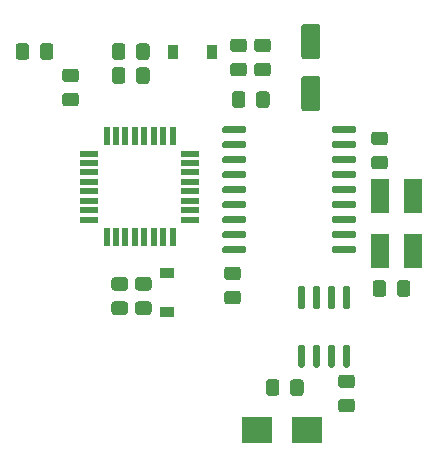
<source format=gbr>
%TF.GenerationSoftware,KiCad,Pcbnew,(5.1.12-1-10_14)*%
%TF.CreationDate,2022-01-19T19:17:41+01:00*%
%TF.ProjectId,CAN_Display,43414e5f-4469-4737-906c-61792e6b6963,rev?*%
%TF.SameCoordinates,Original*%
%TF.FileFunction,Paste,Top*%
%TF.FilePolarity,Positive*%
%FSLAX46Y46*%
G04 Gerber Fmt 4.6, Leading zero omitted, Abs format (unit mm)*
G04 Created by KiCad (PCBNEW (5.1.12-1-10_14)) date 2022-01-19 19:17:41*
%MOMM*%
%LPD*%
G01*
G04 APERTURE LIST*
%ADD10R,1.650000X2.850000*%
%ADD11R,0.550000X1.600000*%
%ADD12R,1.600000X0.550000*%
%ADD13R,2.500000X2.300000*%
%ADD14R,1.200000X0.900000*%
%ADD15R,0.900000X1.200000*%
G04 APERTURE END LIST*
D10*
%TO.C,Y1*%
X177856000Y-88392000D03*
X177856000Y-93042000D03*
X175006000Y-93042000D03*
X175006000Y-88392000D03*
%TD*%
%TO.C,U2*%
G36*
G01*
X163725000Y-92814000D02*
X163725000Y-93114000D01*
G75*
G02*
X163575000Y-93264000I-150000J0D01*
G01*
X161825000Y-93264000D01*
G75*
G02*
X161675000Y-93114000I0J150000D01*
G01*
X161675000Y-92814000D01*
G75*
G02*
X161825000Y-92664000I150000J0D01*
G01*
X163575000Y-92664000D01*
G75*
G02*
X163725000Y-92814000I0J-150000D01*
G01*
G37*
G36*
G01*
X163725000Y-91544000D02*
X163725000Y-91844000D01*
G75*
G02*
X163575000Y-91994000I-150000J0D01*
G01*
X161825000Y-91994000D01*
G75*
G02*
X161675000Y-91844000I0J150000D01*
G01*
X161675000Y-91544000D01*
G75*
G02*
X161825000Y-91394000I150000J0D01*
G01*
X163575000Y-91394000D01*
G75*
G02*
X163725000Y-91544000I0J-150000D01*
G01*
G37*
G36*
G01*
X163725000Y-90274000D02*
X163725000Y-90574000D01*
G75*
G02*
X163575000Y-90724000I-150000J0D01*
G01*
X161825000Y-90724000D01*
G75*
G02*
X161675000Y-90574000I0J150000D01*
G01*
X161675000Y-90274000D01*
G75*
G02*
X161825000Y-90124000I150000J0D01*
G01*
X163575000Y-90124000D01*
G75*
G02*
X163725000Y-90274000I0J-150000D01*
G01*
G37*
G36*
G01*
X163725000Y-89004000D02*
X163725000Y-89304000D01*
G75*
G02*
X163575000Y-89454000I-150000J0D01*
G01*
X161825000Y-89454000D01*
G75*
G02*
X161675000Y-89304000I0J150000D01*
G01*
X161675000Y-89004000D01*
G75*
G02*
X161825000Y-88854000I150000J0D01*
G01*
X163575000Y-88854000D01*
G75*
G02*
X163725000Y-89004000I0J-150000D01*
G01*
G37*
G36*
G01*
X163725000Y-87734000D02*
X163725000Y-88034000D01*
G75*
G02*
X163575000Y-88184000I-150000J0D01*
G01*
X161825000Y-88184000D01*
G75*
G02*
X161675000Y-88034000I0J150000D01*
G01*
X161675000Y-87734000D01*
G75*
G02*
X161825000Y-87584000I150000J0D01*
G01*
X163575000Y-87584000D01*
G75*
G02*
X163725000Y-87734000I0J-150000D01*
G01*
G37*
G36*
G01*
X163725000Y-86464000D02*
X163725000Y-86764000D01*
G75*
G02*
X163575000Y-86914000I-150000J0D01*
G01*
X161825000Y-86914000D01*
G75*
G02*
X161675000Y-86764000I0J150000D01*
G01*
X161675000Y-86464000D01*
G75*
G02*
X161825000Y-86314000I150000J0D01*
G01*
X163575000Y-86314000D01*
G75*
G02*
X163725000Y-86464000I0J-150000D01*
G01*
G37*
G36*
G01*
X163725000Y-85194000D02*
X163725000Y-85494000D01*
G75*
G02*
X163575000Y-85644000I-150000J0D01*
G01*
X161825000Y-85644000D01*
G75*
G02*
X161675000Y-85494000I0J150000D01*
G01*
X161675000Y-85194000D01*
G75*
G02*
X161825000Y-85044000I150000J0D01*
G01*
X163575000Y-85044000D01*
G75*
G02*
X163725000Y-85194000I0J-150000D01*
G01*
G37*
G36*
G01*
X163725000Y-83924000D02*
X163725000Y-84224000D01*
G75*
G02*
X163575000Y-84374000I-150000J0D01*
G01*
X161825000Y-84374000D01*
G75*
G02*
X161675000Y-84224000I0J150000D01*
G01*
X161675000Y-83924000D01*
G75*
G02*
X161825000Y-83774000I150000J0D01*
G01*
X163575000Y-83774000D01*
G75*
G02*
X163725000Y-83924000I0J-150000D01*
G01*
G37*
G36*
G01*
X163725000Y-82654000D02*
X163725000Y-82954000D01*
G75*
G02*
X163575000Y-83104000I-150000J0D01*
G01*
X161825000Y-83104000D01*
G75*
G02*
X161675000Y-82954000I0J150000D01*
G01*
X161675000Y-82654000D01*
G75*
G02*
X161825000Y-82504000I150000J0D01*
G01*
X163575000Y-82504000D01*
G75*
G02*
X163725000Y-82654000I0J-150000D01*
G01*
G37*
G36*
G01*
X173025000Y-82654000D02*
X173025000Y-82954000D01*
G75*
G02*
X172875000Y-83104000I-150000J0D01*
G01*
X171125000Y-83104000D01*
G75*
G02*
X170975000Y-82954000I0J150000D01*
G01*
X170975000Y-82654000D01*
G75*
G02*
X171125000Y-82504000I150000J0D01*
G01*
X172875000Y-82504000D01*
G75*
G02*
X173025000Y-82654000I0J-150000D01*
G01*
G37*
G36*
G01*
X173025000Y-83924000D02*
X173025000Y-84224000D01*
G75*
G02*
X172875000Y-84374000I-150000J0D01*
G01*
X171125000Y-84374000D01*
G75*
G02*
X170975000Y-84224000I0J150000D01*
G01*
X170975000Y-83924000D01*
G75*
G02*
X171125000Y-83774000I150000J0D01*
G01*
X172875000Y-83774000D01*
G75*
G02*
X173025000Y-83924000I0J-150000D01*
G01*
G37*
G36*
G01*
X173025000Y-85194000D02*
X173025000Y-85494000D01*
G75*
G02*
X172875000Y-85644000I-150000J0D01*
G01*
X171125000Y-85644000D01*
G75*
G02*
X170975000Y-85494000I0J150000D01*
G01*
X170975000Y-85194000D01*
G75*
G02*
X171125000Y-85044000I150000J0D01*
G01*
X172875000Y-85044000D01*
G75*
G02*
X173025000Y-85194000I0J-150000D01*
G01*
G37*
G36*
G01*
X173025000Y-86464000D02*
X173025000Y-86764000D01*
G75*
G02*
X172875000Y-86914000I-150000J0D01*
G01*
X171125000Y-86914000D01*
G75*
G02*
X170975000Y-86764000I0J150000D01*
G01*
X170975000Y-86464000D01*
G75*
G02*
X171125000Y-86314000I150000J0D01*
G01*
X172875000Y-86314000D01*
G75*
G02*
X173025000Y-86464000I0J-150000D01*
G01*
G37*
G36*
G01*
X173025000Y-87734000D02*
X173025000Y-88034000D01*
G75*
G02*
X172875000Y-88184000I-150000J0D01*
G01*
X171125000Y-88184000D01*
G75*
G02*
X170975000Y-88034000I0J150000D01*
G01*
X170975000Y-87734000D01*
G75*
G02*
X171125000Y-87584000I150000J0D01*
G01*
X172875000Y-87584000D01*
G75*
G02*
X173025000Y-87734000I0J-150000D01*
G01*
G37*
G36*
G01*
X173025000Y-89004000D02*
X173025000Y-89304000D01*
G75*
G02*
X172875000Y-89454000I-150000J0D01*
G01*
X171125000Y-89454000D01*
G75*
G02*
X170975000Y-89304000I0J150000D01*
G01*
X170975000Y-89004000D01*
G75*
G02*
X171125000Y-88854000I150000J0D01*
G01*
X172875000Y-88854000D01*
G75*
G02*
X173025000Y-89004000I0J-150000D01*
G01*
G37*
G36*
G01*
X173025000Y-90274000D02*
X173025000Y-90574000D01*
G75*
G02*
X172875000Y-90724000I-150000J0D01*
G01*
X171125000Y-90724000D01*
G75*
G02*
X170975000Y-90574000I0J150000D01*
G01*
X170975000Y-90274000D01*
G75*
G02*
X171125000Y-90124000I150000J0D01*
G01*
X172875000Y-90124000D01*
G75*
G02*
X173025000Y-90274000I0J-150000D01*
G01*
G37*
G36*
G01*
X173025000Y-91544000D02*
X173025000Y-91844000D01*
G75*
G02*
X172875000Y-91994000I-150000J0D01*
G01*
X171125000Y-91994000D01*
G75*
G02*
X170975000Y-91844000I0J150000D01*
G01*
X170975000Y-91544000D01*
G75*
G02*
X171125000Y-91394000I150000J0D01*
G01*
X172875000Y-91394000D01*
G75*
G02*
X173025000Y-91544000I0J-150000D01*
G01*
G37*
G36*
G01*
X173025000Y-92814000D02*
X173025000Y-93114000D01*
G75*
G02*
X172875000Y-93264000I-150000J0D01*
G01*
X171125000Y-93264000D01*
G75*
G02*
X170975000Y-93114000I0J150000D01*
G01*
X170975000Y-92814000D01*
G75*
G02*
X171125000Y-92664000I150000J0D01*
G01*
X172875000Y-92664000D01*
G75*
G02*
X173025000Y-92814000I0J-150000D01*
G01*
G37*
%TD*%
D11*
%TO.C,U1*%
X151886000Y-83380000D03*
X152686000Y-83380000D03*
X153486000Y-83380000D03*
X154286000Y-83380000D03*
X155086000Y-83380000D03*
X155886000Y-83380000D03*
X156686000Y-83380000D03*
X157486000Y-83380000D03*
D12*
X158936000Y-84830000D03*
X158936000Y-85630000D03*
X158936000Y-86430000D03*
X158936000Y-87230000D03*
X158936000Y-88030000D03*
X158936000Y-88830000D03*
X158936000Y-89630000D03*
X158936000Y-90430000D03*
D11*
X157486000Y-91880000D03*
X156686000Y-91880000D03*
X155886000Y-91880000D03*
X155086000Y-91880000D03*
X154286000Y-91880000D03*
X153486000Y-91880000D03*
X152686000Y-91880000D03*
X151886000Y-91880000D03*
D12*
X150436000Y-90430000D03*
X150436000Y-89630000D03*
X150436000Y-88830000D03*
X150436000Y-88030000D03*
X150436000Y-87230000D03*
X150436000Y-86430000D03*
X150436000Y-85630000D03*
X150436000Y-84830000D03*
%TD*%
D13*
%TO.C,D1*%
X168892000Y-108204000D03*
X164592000Y-108204000D03*
%TD*%
%TO.C,C9*%
G36*
G01*
X168614000Y-78256000D02*
X169714000Y-78256000D01*
G75*
G02*
X169964000Y-78506000I0J-250000D01*
G01*
X169964000Y-81006000D01*
G75*
G02*
X169714000Y-81256000I-250000J0D01*
G01*
X168614000Y-81256000D01*
G75*
G02*
X168364000Y-81006000I0J250000D01*
G01*
X168364000Y-78506000D01*
G75*
G02*
X168614000Y-78256000I250000J0D01*
G01*
G37*
G36*
G01*
X168614000Y-73856000D02*
X169714000Y-73856000D01*
G75*
G02*
X169964000Y-74106000I0J-250000D01*
G01*
X169964000Y-76606000D01*
G75*
G02*
X169714000Y-76856000I-250000J0D01*
G01*
X168614000Y-76856000D01*
G75*
G02*
X168364000Y-76606000I0J250000D01*
G01*
X168364000Y-74106000D01*
G75*
G02*
X168614000Y-73856000I250000J0D01*
G01*
G37*
%TD*%
%TO.C,R6*%
G36*
G01*
X162617999Y-77149000D02*
X163518001Y-77149000D01*
G75*
G02*
X163768000Y-77398999I0J-249999D01*
G01*
X163768000Y-78049001D01*
G75*
G02*
X163518001Y-78299000I-249999J0D01*
G01*
X162617999Y-78299000D01*
G75*
G02*
X162368000Y-78049001I0J249999D01*
G01*
X162368000Y-77398999D01*
G75*
G02*
X162617999Y-77149000I249999J0D01*
G01*
G37*
G36*
G01*
X162617999Y-75099000D02*
X163518001Y-75099000D01*
G75*
G02*
X163768000Y-75348999I0J-249999D01*
G01*
X163768000Y-75999001D01*
G75*
G02*
X163518001Y-76249000I-249999J0D01*
G01*
X162617999Y-76249000D01*
G75*
G02*
X162368000Y-75999001I0J249999D01*
G01*
X162368000Y-75348999D01*
G75*
G02*
X162617999Y-75099000I249999J0D01*
G01*
G37*
%TD*%
%TO.C,R5*%
G36*
G01*
X164649999Y-77149000D02*
X165550001Y-77149000D01*
G75*
G02*
X165800000Y-77398999I0J-249999D01*
G01*
X165800000Y-78049001D01*
G75*
G02*
X165550001Y-78299000I-249999J0D01*
G01*
X164649999Y-78299000D01*
G75*
G02*
X164400000Y-78049001I0J249999D01*
G01*
X164400000Y-77398999D01*
G75*
G02*
X164649999Y-77149000I249999J0D01*
G01*
G37*
G36*
G01*
X164649999Y-75099000D02*
X165550001Y-75099000D01*
G75*
G02*
X165800000Y-75348999I0J-249999D01*
G01*
X165800000Y-75999001D01*
G75*
G02*
X165550001Y-76249000I-249999J0D01*
G01*
X164649999Y-76249000D01*
G75*
G02*
X164400000Y-75999001I0J249999D01*
G01*
X164400000Y-75348999D01*
G75*
G02*
X164649999Y-75099000I249999J0D01*
G01*
G37*
%TD*%
%TO.C,R4*%
G36*
G01*
X154549999Y-97345000D02*
X155450001Y-97345000D01*
G75*
G02*
X155700000Y-97594999I0J-249999D01*
G01*
X155700000Y-98245001D01*
G75*
G02*
X155450001Y-98495000I-249999J0D01*
G01*
X154549999Y-98495000D01*
G75*
G02*
X154300000Y-98245001I0J249999D01*
G01*
X154300000Y-97594999D01*
G75*
G02*
X154549999Y-97345000I249999J0D01*
G01*
G37*
G36*
G01*
X154549999Y-95295000D02*
X155450001Y-95295000D01*
G75*
G02*
X155700000Y-95544999I0J-249999D01*
G01*
X155700000Y-96195001D01*
G75*
G02*
X155450001Y-96445000I-249999J0D01*
G01*
X154549999Y-96445000D01*
G75*
G02*
X154300000Y-96195001I0J249999D01*
G01*
X154300000Y-95544999D01*
G75*
G02*
X154549999Y-95295000I249999J0D01*
G01*
G37*
%TD*%
%TO.C,R2*%
G36*
G01*
X171761999Y-105597000D02*
X172662001Y-105597000D01*
G75*
G02*
X172912000Y-105846999I0J-249999D01*
G01*
X172912000Y-106497001D01*
G75*
G02*
X172662001Y-106747000I-249999J0D01*
G01*
X171761999Y-106747000D01*
G75*
G02*
X171512000Y-106497001I0J249999D01*
G01*
X171512000Y-105846999D01*
G75*
G02*
X171761999Y-105597000I249999J0D01*
G01*
G37*
G36*
G01*
X171761999Y-103547000D02*
X172662001Y-103547000D01*
G75*
G02*
X172912000Y-103796999I0J-249999D01*
G01*
X172912000Y-104447001D01*
G75*
G02*
X172662001Y-104697000I-249999J0D01*
G01*
X171761999Y-104697000D01*
G75*
G02*
X171512000Y-104447001I0J249999D01*
G01*
X171512000Y-103796999D01*
G75*
G02*
X171761999Y-103547000I249999J0D01*
G01*
G37*
%TD*%
%TO.C,R1*%
G36*
G01*
X154383000Y-76650001D02*
X154383000Y-75749999D01*
G75*
G02*
X154632999Y-75500000I249999J0D01*
G01*
X155283001Y-75500000D01*
G75*
G02*
X155533000Y-75749999I0J-249999D01*
G01*
X155533000Y-76650001D01*
G75*
G02*
X155283001Y-76900000I-249999J0D01*
G01*
X154632999Y-76900000D01*
G75*
G02*
X154383000Y-76650001I0J249999D01*
G01*
G37*
G36*
G01*
X152333000Y-76650001D02*
X152333000Y-75749999D01*
G75*
G02*
X152582999Y-75500000I249999J0D01*
G01*
X153233001Y-75500000D01*
G75*
G02*
X153483000Y-75749999I0J-249999D01*
G01*
X153483000Y-76650001D01*
G75*
G02*
X153233001Y-76900000I-249999J0D01*
G01*
X152582999Y-76900000D01*
G75*
G02*
X152333000Y-76650001I0J249999D01*
G01*
G37*
%TD*%
D14*
%TO.C,D4*%
X157000000Y-94920000D03*
X157000000Y-98220000D03*
%TD*%
D15*
%TO.C,D3*%
X157480000Y-76200000D03*
X160780000Y-76200000D03*
%TD*%
%TO.C,C14*%
G36*
G01*
X152549999Y-97345000D02*
X153450001Y-97345000D01*
G75*
G02*
X153700000Y-97594999I0J-249999D01*
G01*
X153700000Y-98245001D01*
G75*
G02*
X153450001Y-98495000I-249999J0D01*
G01*
X152549999Y-98495000D01*
G75*
G02*
X152300000Y-98245001I0J249999D01*
G01*
X152300000Y-97594999D01*
G75*
G02*
X152549999Y-97345000I249999J0D01*
G01*
G37*
G36*
G01*
X152549999Y-95295000D02*
X153450001Y-95295000D01*
G75*
G02*
X153700000Y-95544999I0J-249999D01*
G01*
X153700000Y-96195001D01*
G75*
G02*
X153450001Y-96445000I-249999J0D01*
G01*
X152549999Y-96445000D01*
G75*
G02*
X152300000Y-96195001I0J249999D01*
G01*
X152300000Y-95544999D01*
G75*
G02*
X152549999Y-95295000I249999J0D01*
G01*
G37*
%TD*%
%TO.C,C12*%
G36*
G01*
X154383000Y-78682001D02*
X154383000Y-77781999D01*
G75*
G02*
X154632999Y-77532000I249999J0D01*
G01*
X155283001Y-77532000D01*
G75*
G02*
X155533000Y-77781999I0J-249999D01*
G01*
X155533000Y-78682001D01*
G75*
G02*
X155283001Y-78932000I-249999J0D01*
G01*
X154632999Y-78932000D01*
G75*
G02*
X154383000Y-78682001I0J249999D01*
G01*
G37*
G36*
G01*
X152333000Y-78682001D02*
X152333000Y-77781999D01*
G75*
G02*
X152582999Y-77532000I249999J0D01*
G01*
X153233001Y-77532000D01*
G75*
G02*
X153483000Y-77781999I0J-249999D01*
G01*
X153483000Y-78682001D01*
G75*
G02*
X153233001Y-78932000I-249999J0D01*
G01*
X152582999Y-78932000D01*
G75*
G02*
X152333000Y-78682001I0J249999D01*
G01*
G37*
%TD*%
%TO.C,C11*%
G36*
G01*
X164543000Y-80714001D02*
X164543000Y-79813999D01*
G75*
G02*
X164792999Y-79564000I249999J0D01*
G01*
X165443001Y-79564000D01*
G75*
G02*
X165693000Y-79813999I0J-249999D01*
G01*
X165693000Y-80714001D01*
G75*
G02*
X165443001Y-80964000I-249999J0D01*
G01*
X164792999Y-80964000D01*
G75*
G02*
X164543000Y-80714001I0J249999D01*
G01*
G37*
G36*
G01*
X162493000Y-80714001D02*
X162493000Y-79813999D01*
G75*
G02*
X162742999Y-79564000I249999J0D01*
G01*
X163393001Y-79564000D01*
G75*
G02*
X163643000Y-79813999I0J-249999D01*
G01*
X163643000Y-80714001D01*
G75*
G02*
X163393001Y-80964000I-249999J0D01*
G01*
X162742999Y-80964000D01*
G75*
G02*
X162493000Y-80714001I0J249999D01*
G01*
G37*
%TD*%
%TO.C,C8*%
G36*
G01*
X167425000Y-105098001D02*
X167425000Y-104197999D01*
G75*
G02*
X167674999Y-103948000I249999J0D01*
G01*
X168325001Y-103948000D01*
G75*
G02*
X168575000Y-104197999I0J-249999D01*
G01*
X168575000Y-105098001D01*
G75*
G02*
X168325001Y-105348000I-249999J0D01*
G01*
X167674999Y-105348000D01*
G75*
G02*
X167425000Y-105098001I0J249999D01*
G01*
G37*
G36*
G01*
X165375000Y-105098001D02*
X165375000Y-104197999D01*
G75*
G02*
X165624999Y-103948000I249999J0D01*
G01*
X166275001Y-103948000D01*
G75*
G02*
X166525000Y-104197999I0J-249999D01*
G01*
X166525000Y-105098001D01*
G75*
G02*
X166275001Y-105348000I-249999J0D01*
G01*
X165624999Y-105348000D01*
G75*
G02*
X165375000Y-105098001I0J249999D01*
G01*
G37*
%TD*%
%TO.C,C7*%
G36*
G01*
X163010001Y-95553000D02*
X162109999Y-95553000D01*
G75*
G02*
X161860000Y-95303001I0J249999D01*
G01*
X161860000Y-94652999D01*
G75*
G02*
X162109999Y-94403000I249999J0D01*
G01*
X163010001Y-94403000D01*
G75*
G02*
X163260000Y-94652999I0J-249999D01*
G01*
X163260000Y-95303001D01*
G75*
G02*
X163010001Y-95553000I-249999J0D01*
G01*
G37*
G36*
G01*
X163010001Y-97603000D02*
X162109999Y-97603000D01*
G75*
G02*
X161860000Y-97353001I0J249999D01*
G01*
X161860000Y-96702999D01*
G75*
G02*
X162109999Y-96453000I249999J0D01*
G01*
X163010001Y-96453000D01*
G75*
G02*
X163260000Y-96702999I0J-249999D01*
G01*
X163260000Y-97353001D01*
G75*
G02*
X163010001Y-97603000I-249999J0D01*
G01*
G37*
%TD*%
%TO.C,C6*%
G36*
G01*
X149294001Y-78789000D02*
X148393999Y-78789000D01*
G75*
G02*
X148144000Y-78539001I0J249999D01*
G01*
X148144000Y-77888999D01*
G75*
G02*
X148393999Y-77639000I249999J0D01*
G01*
X149294001Y-77639000D01*
G75*
G02*
X149544000Y-77888999I0J-249999D01*
G01*
X149544000Y-78539001D01*
G75*
G02*
X149294001Y-78789000I-249999J0D01*
G01*
G37*
G36*
G01*
X149294001Y-80839000D02*
X148393999Y-80839000D01*
G75*
G02*
X148144000Y-80589001I0J249999D01*
G01*
X148144000Y-79938999D01*
G75*
G02*
X148393999Y-79689000I249999J0D01*
G01*
X149294001Y-79689000D01*
G75*
G02*
X149544000Y-79938999I0J-249999D01*
G01*
X149544000Y-80589001D01*
G75*
G02*
X149294001Y-80839000I-249999J0D01*
G01*
G37*
%TD*%
%TO.C,C5*%
G36*
G01*
X146237000Y-76650001D02*
X146237000Y-75749999D01*
G75*
G02*
X146486999Y-75500000I249999J0D01*
G01*
X147137001Y-75500000D01*
G75*
G02*
X147387000Y-75749999I0J-249999D01*
G01*
X147387000Y-76650001D01*
G75*
G02*
X147137001Y-76900000I-249999J0D01*
G01*
X146486999Y-76900000D01*
G75*
G02*
X146237000Y-76650001I0J249999D01*
G01*
G37*
G36*
G01*
X144187000Y-76650001D02*
X144187000Y-75749999D01*
G75*
G02*
X144436999Y-75500000I249999J0D01*
G01*
X145087001Y-75500000D01*
G75*
G02*
X145337000Y-75749999I0J-249999D01*
G01*
X145337000Y-76650001D01*
G75*
G02*
X145087001Y-76900000I-249999J0D01*
G01*
X144436999Y-76900000D01*
G75*
G02*
X144187000Y-76650001I0J249999D01*
G01*
G37*
%TD*%
%TO.C,C4*%
G36*
G01*
X175563000Y-95815999D02*
X175563000Y-96716001D01*
G75*
G02*
X175313001Y-96966000I-249999J0D01*
G01*
X174662999Y-96966000D01*
G75*
G02*
X174413000Y-96716001I0J249999D01*
G01*
X174413000Y-95815999D01*
G75*
G02*
X174662999Y-95566000I249999J0D01*
G01*
X175313001Y-95566000D01*
G75*
G02*
X175563000Y-95815999I0J-249999D01*
G01*
G37*
G36*
G01*
X177613000Y-95815999D02*
X177613000Y-96716001D01*
G75*
G02*
X177363001Y-96966000I-249999J0D01*
G01*
X176712999Y-96966000D01*
G75*
G02*
X176463000Y-96716001I0J249999D01*
G01*
X176463000Y-95815999D01*
G75*
G02*
X176712999Y-95566000I249999J0D01*
G01*
X177363001Y-95566000D01*
G75*
G02*
X177613000Y-95815999I0J-249999D01*
G01*
G37*
%TD*%
%TO.C,C3*%
G36*
G01*
X175456001Y-84123000D02*
X174555999Y-84123000D01*
G75*
G02*
X174306000Y-83873001I0J249999D01*
G01*
X174306000Y-83222999D01*
G75*
G02*
X174555999Y-82973000I249999J0D01*
G01*
X175456001Y-82973000D01*
G75*
G02*
X175706000Y-83222999I0J-249999D01*
G01*
X175706000Y-83873001D01*
G75*
G02*
X175456001Y-84123000I-249999J0D01*
G01*
G37*
G36*
G01*
X175456001Y-86173000D02*
X174555999Y-86173000D01*
G75*
G02*
X174306000Y-85923001I0J249999D01*
G01*
X174306000Y-85272999D01*
G75*
G02*
X174555999Y-85023000I249999J0D01*
G01*
X175456001Y-85023000D01*
G75*
G02*
X175706000Y-85272999I0J-249999D01*
G01*
X175706000Y-85923001D01*
G75*
G02*
X175456001Y-86173000I-249999J0D01*
G01*
G37*
%TD*%
%TO.C,U3*%
G36*
G01*
X172062000Y-101003000D02*
X172362000Y-101003000D01*
G75*
G02*
X172512000Y-101153000I0J-150000D01*
G01*
X172512000Y-102803000D01*
G75*
G02*
X172362000Y-102953000I-150000J0D01*
G01*
X172062000Y-102953000D01*
G75*
G02*
X171912000Y-102803000I0J150000D01*
G01*
X171912000Y-101153000D01*
G75*
G02*
X172062000Y-101003000I150000J0D01*
G01*
G37*
G36*
G01*
X170792000Y-101003000D02*
X171092000Y-101003000D01*
G75*
G02*
X171242000Y-101153000I0J-150000D01*
G01*
X171242000Y-102803000D01*
G75*
G02*
X171092000Y-102953000I-150000J0D01*
G01*
X170792000Y-102953000D01*
G75*
G02*
X170642000Y-102803000I0J150000D01*
G01*
X170642000Y-101153000D01*
G75*
G02*
X170792000Y-101003000I150000J0D01*
G01*
G37*
G36*
G01*
X169522000Y-101003000D02*
X169822000Y-101003000D01*
G75*
G02*
X169972000Y-101153000I0J-150000D01*
G01*
X169972000Y-102803000D01*
G75*
G02*
X169822000Y-102953000I-150000J0D01*
G01*
X169522000Y-102953000D01*
G75*
G02*
X169372000Y-102803000I0J150000D01*
G01*
X169372000Y-101153000D01*
G75*
G02*
X169522000Y-101003000I150000J0D01*
G01*
G37*
G36*
G01*
X168252000Y-101003000D02*
X168552000Y-101003000D01*
G75*
G02*
X168702000Y-101153000I0J-150000D01*
G01*
X168702000Y-102803000D01*
G75*
G02*
X168552000Y-102953000I-150000J0D01*
G01*
X168252000Y-102953000D01*
G75*
G02*
X168102000Y-102803000I0J150000D01*
G01*
X168102000Y-101153000D01*
G75*
G02*
X168252000Y-101003000I150000J0D01*
G01*
G37*
G36*
G01*
X168252000Y-96053000D02*
X168552000Y-96053000D01*
G75*
G02*
X168702000Y-96203000I0J-150000D01*
G01*
X168702000Y-97853000D01*
G75*
G02*
X168552000Y-98003000I-150000J0D01*
G01*
X168252000Y-98003000D01*
G75*
G02*
X168102000Y-97853000I0J150000D01*
G01*
X168102000Y-96203000D01*
G75*
G02*
X168252000Y-96053000I150000J0D01*
G01*
G37*
G36*
G01*
X169522000Y-96053000D02*
X169822000Y-96053000D01*
G75*
G02*
X169972000Y-96203000I0J-150000D01*
G01*
X169972000Y-97853000D01*
G75*
G02*
X169822000Y-98003000I-150000J0D01*
G01*
X169522000Y-98003000D01*
G75*
G02*
X169372000Y-97853000I0J150000D01*
G01*
X169372000Y-96203000D01*
G75*
G02*
X169522000Y-96053000I150000J0D01*
G01*
G37*
G36*
G01*
X170792000Y-96053000D02*
X171092000Y-96053000D01*
G75*
G02*
X171242000Y-96203000I0J-150000D01*
G01*
X171242000Y-97853000D01*
G75*
G02*
X171092000Y-98003000I-150000J0D01*
G01*
X170792000Y-98003000D01*
G75*
G02*
X170642000Y-97853000I0J150000D01*
G01*
X170642000Y-96203000D01*
G75*
G02*
X170792000Y-96053000I150000J0D01*
G01*
G37*
G36*
G01*
X172062000Y-96053000D02*
X172362000Y-96053000D01*
G75*
G02*
X172512000Y-96203000I0J-150000D01*
G01*
X172512000Y-97853000D01*
G75*
G02*
X172362000Y-98003000I-150000J0D01*
G01*
X172062000Y-98003000D01*
G75*
G02*
X171912000Y-97853000I0J150000D01*
G01*
X171912000Y-96203000D01*
G75*
G02*
X172062000Y-96053000I150000J0D01*
G01*
G37*
%TD*%
M02*

</source>
